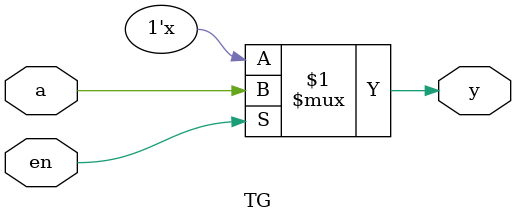
<source format=v>
module TG (
    input wire a,
    input wire en,
    output wire y
);

    assign y = en ? a : 1'bz;
endmodule

</source>
